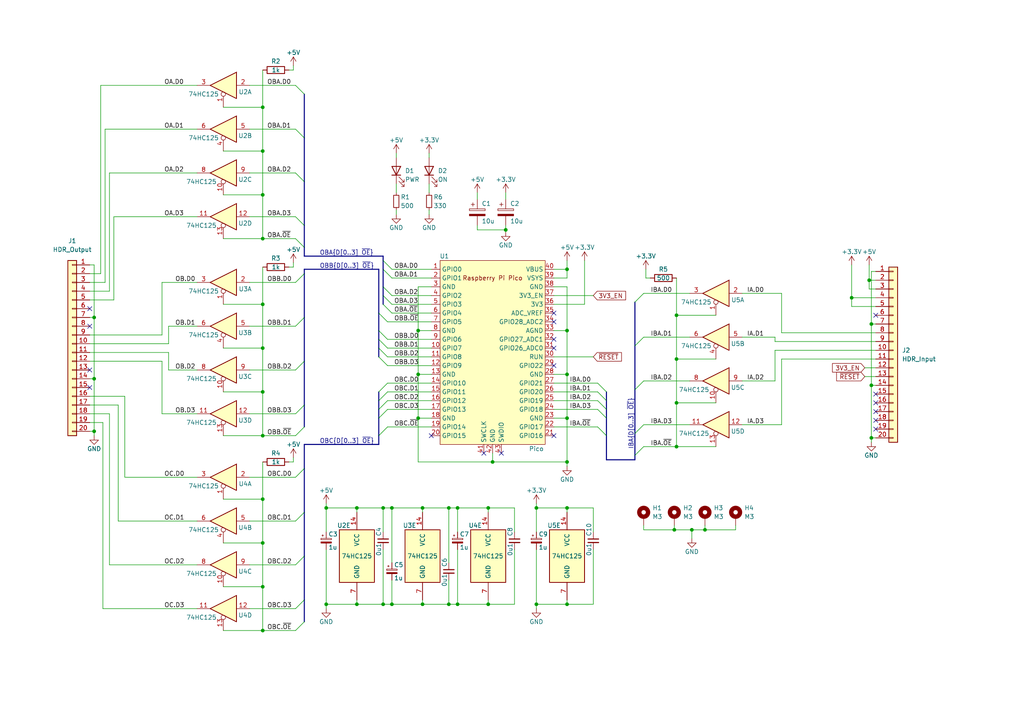
<source format=kicad_sch>
(kicad_sch (version 20211123) (generator eeschema)
  (paper "A4")
  (title_block (title "dMarkle - Bottom") (date "2023-01-18") (rev "0.1") (company "Microcode.io"))
  (junction (at 200.66 153.67))
  (junction (at 76.2 31.115))
  (junction (at 76.2 88.265))
  (junction (at 121.285 108.585))
  (junction (at 164.465 133.985))
  (junction (at 76.2 43.815))
  (junction (at 130.175 175.26))
  (junction (at 252.73 93.98))
  (junction (at 76.2 69.215))
  (junction (at 164.465 108.585))
  (junction (at 164.465 121.285))
  (junction (at 164.465 95.885))
  (junction (at 142.875 133.985))
  (junction (at 252.73 111.76))
  (junction (at 164.465 175.26))
  (junction (at 76.2 182.88))
  (junction (at 76.2 100.965))
  (junction (at 94.615 175.26))
  (junction (at 113.665 175.26))
  (junction (at 76.2 113.665))
  (junction (at 130.175 147.32))
  (junction (at 141.605 175.26))
  (junction (at 141.605 147.32))
  (junction (at 94.615 147.32))
  (junction (at 76.2 170.18))
  (junction (at 204.47 153.67))
  (junction (at 196.215 104.14))
  (junction (at 195.58 153.67))
  (junction (at 196.215 116.84))
  (junction (at 111.125 147.32))
  (junction (at 27.305 125.095))
  (junction (at 155.575 147.32))
  (junction (at 121.285 121.285))
  (junction (at 121.285 95.885))
  (junction (at 155.575 175.26))
  (junction (at 27.305 92.075))
  (junction (at 164.465 78.105))
  (junction (at 132.715 175.26))
  (junction (at 76.2 126.365))
  (junction (at 76.2 157.48))
  (junction (at 27.305 109.855))
  (junction (at 196.215 91.44))
  (junction (at 103.505 175.26))
  (junction (at 252.73 127))
  (junction (at 113.665 147.32))
  (junction (at 76.2 56.515))
  (junction (at 103.505 147.32))
  (junction (at 146.685 66.675))
  (junction (at 196.215 129.54))
  (junction (at 247.015 86.36))
  (junction (at 76.2 144.78))
  (junction (at 164.465 147.32))
  (junction (at 111.125 175.26))
  (junction (at 252.095 81.28))
  (junction (at 132.715 147.32))
  (junction (at 122.555 175.26))
  (junction (at 122.555 147.32))
  (no_connect (at 254 114.3))
  (no_connect (at 160.655 100.965))
  (no_connect (at 26.035 107.315))
  (no_connect (at 26.035 89.535))
  (no_connect (at 254 116.84))
  (no_connect (at 254 124.46))
  (no_connect (at 254 119.38))
  (no_connect (at 254 91.44))
  (no_connect (at 160.655 126.365))
  (no_connect (at 160.655 90.805))
  (no_connect (at 145.415 131.445))
  (no_connect (at 254 121.92))
  (no_connect (at 26.035 94.615))
  (no_connect (at 160.655 93.345))
  (no_connect (at 125.095 126.365))
  (no_connect (at 140.335 131.445))
  (no_connect (at 26.035 112.395))
  (no_connect (at 160.655 98.425))
  (no_connect (at 160.655 106.045))
  (bus_entry (at 85.725 62.865) (size 2.54 2.54))
  (bus_entry (at 85.725 126.365) (size 2.54 -2.54))
  (bus_entry (at 85.725 182.88) (size 2.54 -2.54))
  (bus_entry (at 112.395 123.825) (size -2.54 2.54))
  (bus_entry (at 173.355 118.745) (size 2.54 2.54))
  (bus_entry (at 173.355 113.665) (size 2.54 2.54))
  (bus_entry (at 186.69 110.49) (size -2.54 2.54))
  (bus_entry (at 113.665 90.805) (size -2.54 -2.54))
  (bus_entry (at 85.725 81.915) (size 2.54 -2.54))
  (bus_entry (at 112.395 111.125) (size -2.54 2.54))
  (bus_entry (at 113.665 78.105) (size -2.54 -2.54))
  (bus_entry (at 85.725 69.215) (size 2.54 2.54))
  (bus_entry (at 112.395 113.665) (size -2.54 2.54))
  (bus_entry (at 112.395 93.345) (size -2.54 -2.54))
  (bus_entry (at 112.395 100.965) (size -2.54 -2.54))
  (bus_entry (at 85.725 24.765) (size 2.54 2.54))
  (bus_entry (at 112.395 106.045) (size -2.54 -2.54))
  (bus_entry (at 186.69 85.09) (size -2.54 2.54))
  (bus_entry (at 85.725 94.615) (size 2.54 -2.54))
  (bus_entry (at 112.395 116.205) (size -2.54 2.54))
  (bus_entry (at 186.69 97.79) (size -2.54 2.54))
  (bus_entry (at 85.725 107.315) (size 2.54 -2.54))
  (bus_entry (at 112.395 98.425) (size -2.54 -2.54))
  (bus_entry (at 113.665 88.265) (size -2.54 -2.54))
  (bus_entry (at 112.395 118.745) (size -2.54 2.54))
  (bus_entry (at 85.725 37.465) (size 2.54 2.54))
  (bus_entry (at 85.725 163.83) (size 2.54 -2.54))
  (bus_entry (at 112.395 103.505) (size -2.54 -2.54))
  (bus_entry (at 113.665 85.725) (size -2.54 -2.54))
  (bus_entry (at 85.725 138.43) (size 2.54 -2.54))
  (bus_entry (at 173.355 123.825) (size 2.54 2.54))
  (bus_entry (at 85.725 176.53) (size 2.54 -2.54))
  (bus_entry (at 85.725 120.015) (size 2.54 -2.54))
  (bus_entry (at 173.355 116.205) (size 2.54 2.54))
  (bus_entry (at 173.355 111.125) (size 2.54 2.54))
  (bus_entry (at 85.725 50.165) (size 2.54 2.54))
  (bus_entry (at 186.69 129.54) (size -2.54 2.54))
  (bus_entry (at 186.69 123.19) (size -2.54 2.54))
  (bus_entry (at 85.725 151.13) (size 2.54 -2.54))
  (bus_entry (at 113.665 80.645) (size -2.54 -2.54))
  (wire (pts (xy 164.465 95.885) (xy 164.465 108.585)))
  (wire (pts (xy 254 96.52) (xy 226.695 96.52)))
  (bus (pts (xy 88.265 27.305) (xy 88.265 40.005)))
  (wire (pts (xy 254 83.82) (xy 252.095 83.82)))
  (wire (pts (xy 132.715 175.26) (xy 141.605 175.26)))
  (wire (pts (xy 146.685 65.405) (xy 146.685 66.675)))
  (wire (pts (xy 254 78.74) (xy 252.73 78.74)))
  (wire (pts (xy 26.035 79.375) (xy 29.21 79.375)))
  (wire (pts (xy 122.555 175.26) (xy 130.175 175.26)))
  (bus (pts (xy 88.265 161.29) (xy 88.265 173.99)))
  (wire (pts (xy 31.75 163.83) (xy 57.15 163.83)))
  (wire (pts (xy 173.355 111.125) (xy 160.655 111.125)))
  (wire (pts (xy 29.845 176.53) (xy 57.15 176.53)))
  (bus (pts (xy 109.855 118.745) (xy 109.855 121.285)))
  (wire (pts (xy 132.715 147.32) (xy 132.715 154.305)))
  (bus (pts (xy 175.895 133.35) (xy 184.15 133.35)))
  (wire (pts (xy 155.575 175.26) (xy 164.465 175.26)))
  (wire (pts (xy 122.555 173.99) (xy 122.555 175.26)))
  (wire (pts (xy 48.895 102.235) (xy 48.895 107.315)))
  (bus (pts (xy 88.265 74.295) (xy 111.125 74.295)))
  (bus (pts (xy 109.855 126.365) (xy 109.855 128.905)))
  (wire (pts (xy 85.09 133.985) (xy 85.09 132.715)))
  (wire (pts (xy 36.195 114.935) (xy 36.195 138.43)))
  (wire (pts (xy 252.73 78.74) (xy 252.73 93.98)))
  (wire (pts (xy 112.395 111.125) (xy 125.095 111.125)))
  (bus (pts (xy 184.15 87.63) (xy 184.15 100.33)))
  (wire (pts (xy 196.215 104.14) (xy 196.215 116.84)))
  (wire (pts (xy 160.655 95.885) (xy 164.465 95.885)))
  (wire (pts (xy 72.39 24.765) (xy 85.725 24.765)))
  (wire (pts (xy 160.655 121.285) (xy 164.465 121.285)))
  (bus (pts (xy 175.895 116.205) (xy 175.895 118.745)))
  (wire (pts (xy 27.305 126.365) (xy 27.305 125.095)))
  (bus (pts (xy 109.855 121.285) (xy 109.855 126.365)))
  (wire (pts (xy 169.545 75.565) (xy 169.545 88.265)))
  (bus (pts (xy 88.265 92.075) (xy 88.265 104.775)))
  (wire (pts (xy 173.355 123.825) (xy 160.655 123.825)))
  (wire (pts (xy 173.355 118.745) (xy 160.655 118.745)))
  (wire (pts (xy 146.685 55.88) (xy 146.685 57.785)))
  (wire (pts (xy 121.285 83.185) (xy 121.285 95.885)))
  (bus (pts (xy 88.265 65.405) (xy 88.265 71.755)))
  (bus (pts (xy 109.855 116.205) (xy 109.855 118.745)))
  (wire (pts (xy 72.39 94.615) (xy 85.725 94.615)))
  (wire (pts (xy 113.665 163.195) (xy 113.665 147.32)))
  (wire (pts (xy 36.195 138.43) (xy 57.15 138.43)))
  (wire (pts (xy 72.39 37.465) (xy 85.725 37.465)))
  (wire (pts (xy 195.58 152.4) (xy 195.58 153.67)))
  (wire (pts (xy 160.655 78.105) (xy 164.465 78.105)))
  (wire (pts (xy 160.655 108.585) (xy 164.465 108.585)))
  (wire (pts (xy 121.285 133.985) (xy 142.875 133.985)))
  (wire (pts (xy 172.085 159.385) (xy 172.085 175.26)))
  (wire (pts (xy 94.615 146.05) (xy 94.615 147.32)))
  (wire (pts (xy 164.465 175.26) (xy 172.085 175.26)))
  (bus (pts (xy 88.265 52.705) (xy 88.265 65.405)))
  (wire (pts (xy 196.215 129.54) (xy 207.645 129.54)))
  (wire (pts (xy 254 104.14) (xy 226.695 104.14)))
  (wire (pts (xy 76.2 43.815) (xy 76.2 56.515)))
  (wire (pts (xy 252.095 83.82) (xy 252.095 81.28)))
  (wire (pts (xy 27.305 109.855) (xy 27.305 125.095)))
  (wire (pts (xy 164.465 83.185) (xy 164.465 95.885)))
  (wire (pts (xy 138.43 65.405) (xy 138.43 66.675)))
  (wire (pts (xy 76.2 69.215) (xy 64.77 69.215)))
  (wire (pts (xy 112.395 103.505) (xy 125.095 103.505)))
  (wire (pts (xy 155.575 159.385) (xy 155.575 175.26)))
  (wire (pts (xy 76.2 126.365) (xy 85.725 126.365)))
  (wire (pts (xy 76.2 144.78) (xy 76.2 157.48)))
  (wire (pts (xy 83.82 77.47) (xy 85.09 77.47)))
  (wire (pts (xy 114.935 44.45) (xy 114.935 45.72)))
  (bus (pts (xy 88.265 104.775) (xy 88.265 117.475)))
  (wire (pts (xy 213.36 153.67) (xy 204.47 153.67)))
  (wire (pts (xy 113.665 147.32) (xy 122.555 147.32)))
  (wire (pts (xy 252.095 76.835) (xy 252.095 81.28)))
  (wire (pts (xy 215.265 97.79) (xy 224.79 97.79)))
  (wire (pts (xy 155.575 175.26) (xy 155.575 176.53)))
  (wire (pts (xy 200.66 156.21) (xy 200.66 153.67)))
  (wire (pts (xy 142.875 133.985) (xy 164.465 133.985)))
  (bus (pts (xy 109.855 78.105) (xy 109.855 90.805)))
  (wire (pts (xy 31.75 50.165) (xy 57.15 50.165)))
  (wire (pts (xy 247.015 86.36) (xy 254 86.36)))
  (bus (pts (xy 111.125 74.295) (xy 111.125 75.565)))
  (bus (pts (xy 111.125 83.185) (xy 111.125 85.725)))
  (bus (pts (xy 184.15 113.03) (xy 184.15 125.73)))
  (wire (pts (xy 164.465 108.585) (xy 164.465 121.285)))
  (wire (pts (xy 112.395 113.665) (xy 125.095 113.665)))
  (wire (pts (xy 155.575 147.32) (xy 164.465 147.32)))
  (wire (pts (xy 26.035 109.855) (xy 27.305 109.855)))
  (wire (pts (xy 26.035 120.015) (xy 31.75 120.015)))
  (wire (pts (xy 200.025 85.09) (xy 186.69 85.09)))
  (wire (pts (xy 125.095 83.185) (xy 121.285 83.185)))
  (wire (pts (xy 252.73 93.98) (xy 254 93.98)))
  (wire (pts (xy 26.035 102.235) (xy 48.895 102.235)))
  (wire (pts (xy 173.355 113.665) (xy 160.655 113.665)))
  (wire (pts (xy 94.615 147.32) (xy 103.505 147.32)))
  (wire (pts (xy 114.935 53.34) (xy 114.935 55.88)))
  (wire (pts (xy 124.46 60.96) (xy 124.46 62.23)))
  (wire (pts (xy 112.395 98.425) (xy 125.095 98.425)))
  (wire (pts (xy 215.265 123.19) (xy 226.695 123.19)))
  (wire (pts (xy 113.665 175.26) (xy 122.555 175.26)))
  (wire (pts (xy 142.875 131.445) (xy 142.875 133.985)))
  (wire (pts (xy 141.605 147.32) (xy 141.605 148.59)))
  (wire (pts (xy 124.46 44.45) (xy 124.46 45.72)))
  (wire (pts (xy 173.355 116.205) (xy 160.655 116.205)))
  (wire (pts (xy 121.285 121.285) (xy 125.095 121.285)))
  (wire (pts (xy 72.39 107.315) (xy 85.725 107.315)))
  (wire (pts (xy 76.2 170.18) (xy 76.2 182.88)))
  (wire (pts (xy 76.2 126.365) (xy 64.77 126.365)))
  (wire (pts (xy 83.82 133.985) (xy 85.09 133.985)))
  (wire (pts (xy 26.035 86.995) (xy 33.02 86.995)))
  (wire (pts (xy 29.845 122.555) (xy 29.845 176.53)))
  (wire (pts (xy 85.09 77.47) (xy 85.09 76.2)))
  (wire (pts (xy 64.77 113.665) (xy 76.2 113.665)))
  (wire (pts (xy 103.505 175.26) (xy 103.505 173.99)))
  (wire (pts (xy 122.555 147.32) (xy 130.175 147.32)))
  (wire (pts (xy 200.025 97.79) (xy 186.69 97.79)))
  (wire (pts (xy 26.035 84.455) (xy 31.75 84.455)))
  (bus (pts (xy 88.265 128.905) (xy 109.855 128.905)))
  (wire (pts (xy 114.935 60.96) (xy 114.935 62.23)))
  (wire (pts (xy 72.39 62.865) (xy 85.725 62.865)))
  (wire (pts (xy 76.2 69.215) (xy 85.725 69.215)))
  (wire (pts (xy 76.2 77.47) (xy 76.2 88.265)))
  (wire (pts (xy 48.895 107.315) (xy 57.15 107.315)))
  (bus (pts (xy 175.895 126.365) (xy 175.895 133.35)))
  (wire (pts (xy 113.665 168.275) (xy 113.665 175.26)))
  (wire (pts (xy 252.73 127) (xy 254 127)))
  (wire (pts (xy 26.035 76.835) (xy 27.305 76.835)))
  (bus (pts (xy 88.265 173.99) (xy 88.265 180.34)))
  (wire (pts (xy 34.29 151.13) (xy 57.15 151.13)))
  (wire (pts (xy 112.395 100.965) (xy 125.095 100.965)))
  (wire (pts (xy 113.665 88.265) (xy 125.095 88.265)))
  (wire (pts (xy 72.39 120.015) (xy 85.725 120.015)))
  (wire (pts (xy 187.325 78.105) (xy 187.325 80.645)))
  (wire (pts (xy 76.2 182.88) (xy 64.77 182.88)))
  (bus (pts (xy 88.265 135.89) (xy 88.265 148.59)))
  (wire (pts (xy 247.015 88.9) (xy 247.015 86.36)))
  (wire (pts (xy 160.655 88.265) (xy 169.545 88.265)))
  (wire (pts (xy 94.615 159.385) (xy 94.615 175.26)))
  (wire (pts (xy 252.73 111.76) (xy 254 111.76)))
  (wire (pts (xy 113.665 80.645) (xy 125.095 80.645)))
  (wire (pts (xy 186.69 153.67) (xy 186.69 152.4)))
  (wire (pts (xy 26.035 97.155) (xy 46.99 97.155)))
  (wire (pts (xy 34.29 117.475) (xy 34.29 151.13)))
  (wire (pts (xy 132.715 147.32) (xy 141.605 147.32)))
  (wire (pts (xy 29.21 24.765) (xy 29.21 79.375)))
  (wire (pts (xy 164.465 133.985) (xy 164.465 135.255)))
  (wire (pts (xy 226.695 85.09) (xy 226.695 96.52)))
  (wire (pts (xy 195.58 153.67) (xy 186.69 153.67)))
  (bus (pts (xy 109.855 100.965) (xy 109.855 103.505)))
  (wire (pts (xy 33.02 62.865) (xy 33.02 86.995)))
  (wire (pts (xy 64.77 31.115) (xy 76.2 31.115)))
  (wire (pts (xy 164.465 80.645) (xy 164.465 78.105)))
  (bus (pts (xy 109.855 98.425) (xy 109.855 100.965)))
  (wire (pts (xy 76.2 113.665) (xy 76.2 126.365)))
  (wire (pts (xy 207.645 91.44) (xy 196.215 91.44)))
  (wire (pts (xy 196.215 116.84) (xy 196.215 129.54)))
  (bus (pts (xy 88.265 117.475) (xy 88.265 123.825)))
  (wire (pts (xy 48.895 94.615) (xy 57.15 94.615)))
  (wire (pts (xy 46.99 97.155) (xy 46.99 81.915)))
  (wire (pts (xy 215.265 110.49) (xy 224.79 110.49)))
  (wire (pts (xy 252.73 128.27) (xy 252.73 127)))
  (wire (pts (xy 141.605 175.26) (xy 149.225 175.26)))
  (wire (pts (xy 111.125 175.26) (xy 103.505 175.26)))
  (bus (pts (xy 184.15 100.33) (xy 184.15 113.03)))
  (wire (pts (xy 30.48 37.465) (xy 57.15 37.465)))
  (bus (pts (xy 111.125 85.725) (xy 111.125 88.265)))
  (wire (pts (xy 141.605 173.99) (xy 141.605 175.26)))
  (wire (pts (xy 111.125 175.26) (xy 113.665 175.26)))
  (wire (pts (xy 64.77 144.78) (xy 76.2 144.78)))
  (wire (pts (xy 30.48 37.465) (xy 30.48 81.915)))
  (wire (pts (xy 64.77 157.48) (xy 76.2 157.48)))
  (bus (pts (xy 184.15 132.08) (xy 184.15 133.35)))
  (wire (pts (xy 46.99 104.775) (xy 46.99 120.015)))
  (wire (pts (xy 113.665 147.32) (xy 111.125 147.32)))
  (bus (pts (xy 184.15 125.73) (xy 184.15 132.08)))
  (wire (pts (xy 196.215 80.645) (xy 196.215 91.44)))
  (wire (pts (xy 146.685 66.675) (xy 146.685 67.31)))
  (wire (pts (xy 122.555 147.32) (xy 122.555 148.59)))
  (wire (pts (xy 31.75 50.165) (xy 31.75 84.455)))
  (wire (pts (xy 27.305 92.075) (xy 27.305 109.855)))
  (wire (pts (xy 252.73 93.98) (xy 252.73 111.76)))
  (wire (pts (xy 204.47 152.4) (xy 204.47 153.67)))
  (bus (pts (xy 109.855 113.665) (xy 109.855 116.205)))
  (wire (pts (xy 188.595 80.645) (xy 187.325 80.645)))
  (wire (pts (xy 164.465 121.285) (xy 164.465 133.985)))
  (wire (pts (xy 160.655 103.505) (xy 172.085 103.505)))
  (wire (pts (xy 94.615 175.26) (xy 94.615 176.53)))
  (wire (pts (xy 204.47 153.67) (xy 200.66 153.67)))
  (wire (pts (xy 72.39 50.165) (xy 85.725 50.165)))
  (bus (pts (xy 88.265 78.105) (xy 88.265 79.375)))
  (bus (pts (xy 175.895 113.665) (xy 175.895 116.205)))
  (wire (pts (xy 213.36 152.4) (xy 213.36 153.67)))
  (wire (pts (xy 252.73 111.76) (xy 252.73 127)))
  (wire (pts (xy 64.77 100.965) (xy 76.2 100.965)))
  (wire (pts (xy 196.215 91.44) (xy 196.215 104.14)))
  (wire (pts (xy 27.305 125.095) (xy 26.035 125.095)))
  (bus (pts (xy 109.855 95.885) (xy 109.855 98.425)))
  (wire (pts (xy 26.035 99.695) (xy 48.895 99.695)))
  (wire (pts (xy 200.025 123.19) (xy 186.69 123.19)))
  (wire (pts (xy 224.79 101.6) (xy 224.79 110.49)))
  (wire (pts (xy 250.825 106.68) (xy 254 106.68)))
  (wire (pts (xy 132.715 159.385) (xy 132.715 175.26)))
  (bus (pts (xy 88.265 79.375) (xy 88.265 92.075)))
  (wire (pts (xy 130.175 147.32) (xy 132.715 147.32)))
  (wire (pts (xy 72.39 138.43) (xy 85.725 138.43)))
  (wire (pts (xy 252.095 81.28) (xy 254 81.28)))
  (wire (pts (xy 27.305 76.835) (xy 27.305 92.075)))
  (wire (pts (xy 26.035 92.075) (xy 27.305 92.075)))
  (wire (pts (xy 76.2 157.48) (xy 76.2 170.18)))
  (wire (pts (xy 113.665 90.805) (xy 125.095 90.805)))
  (wire (pts (xy 72.39 151.13) (xy 85.725 151.13)))
  (wire (pts (xy 149.225 159.385) (xy 149.225 175.26)))
  (wire (pts (xy 113.665 78.105) (xy 125.095 78.105)))
  (wire (pts (xy 200.66 153.67) (xy 195.58 153.67)))
  (wire (pts (xy 121.285 108.585) (xy 121.285 121.285)))
  (wire (pts (xy 29.21 24.765) (xy 57.15 24.765)))
  (wire (pts (xy 121.285 95.885) (xy 125.095 95.885)))
  (wire (pts (xy 76.2 20.32) (xy 76.2 31.115)))
  (wire (pts (xy 164.465 78.105) (xy 164.465 75.565)))
  (wire (pts (xy 76.2 100.965) (xy 76.2 113.665)))
  (wire (pts (xy 164.465 147.32) (xy 172.085 147.32)))
  (wire (pts (xy 121.285 108.585) (xy 125.095 108.585)))
  (wire (pts (xy 112.395 106.045) (xy 125.095 106.045)))
  (wire (pts (xy 215.265 85.09) (xy 226.695 85.09)))
  (wire (pts (xy 130.175 168.275) (xy 130.175 175.26)))
  (wire (pts (xy 31.75 120.015) (xy 31.75 163.83)))
  (wire (pts (xy 72.39 176.53) (xy 85.725 176.53)))
  (wire (pts (xy 72.39 163.83) (xy 85.725 163.83)))
  (wire (pts (xy 138.43 66.675) (xy 146.685 66.675)))
  (wire (pts (xy 121.285 95.885) (xy 121.285 108.585)))
  (wire (pts (xy 94.615 154.305) (xy 94.615 147.32)))
  (wire (pts (xy 76.2 88.265) (xy 76.2 100.965)))
  (wire (pts (xy 247.015 76.835) (xy 247.015 86.36)))
  (wire (pts (xy 250.825 109.22) (xy 254 109.22)))
  (wire (pts (xy 76.2 56.515) (xy 76.2 69.215)))
  (wire (pts (xy 33.02 62.865) (xy 57.15 62.865)))
  (wire (pts (xy 64.77 88.265) (xy 76.2 88.265)))
  (wire (pts (xy 160.655 85.725) (xy 172.085 85.725)))
  (wire (pts (xy 26.035 104.775) (xy 46.99 104.775)))
  (wire (pts (xy 200.025 110.49) (xy 186.69 110.49)))
  (bus (pts (xy 88.265 128.905) (xy 88.265 135.89)))
  (wire (pts (xy 164.465 173.99) (xy 164.465 175.26)))
  (wire (pts (xy 64.77 43.815) (xy 76.2 43.815)))
  (wire (pts (xy 26.035 117.475) (xy 34.29 117.475)))
  (bus (pts (xy 88.265 148.59) (xy 88.265 161.29)))
  (bus (pts (xy 175.895 121.285) (xy 175.895 126.365)))
  (wire (pts (xy 226.695 104.14) (xy 226.695 123.19)))
  (wire (pts (xy 155.575 146.05) (xy 155.575 147.32)))
  (wire (pts (xy 94.615 175.26) (xy 103.505 175.26)))
  (bus (pts (xy 88.265 40.005) (xy 88.265 52.705)))
  (wire (pts (xy 85.09 20.32) (xy 85.09 19.05)))
  (wire (pts (xy 124.46 53.34) (xy 124.46 55.88)))
  (wire (pts (xy 172.085 147.32) (xy 172.085 154.305)))
  (wire (pts (xy 254 88.9) (xy 247.015 88.9)))
  (wire (pts (xy 112.395 93.345) (xy 125.095 93.345)))
  (wire (pts (xy 103.505 147.32) (xy 103.505 148.59)))
  (wire (pts (xy 160.655 80.645) (xy 164.465 80.645)))
  (wire (pts (xy 207.645 116.84) (xy 196.215 116.84)))
  (wire (pts (xy 112.395 116.205) (xy 125.095 116.205)))
  (wire (pts (xy 196.215 129.54) (xy 186.69 129.54)))
  (wire (pts (xy 83.82 20.32) (xy 85.09 20.32)))
  (bus (pts (xy 88.265 71.755) (xy 88.265 74.295)))
  (wire (pts (xy 224.79 99.06) (xy 224.79 97.79)))
  (wire (pts (xy 207.645 104.14) (xy 196.215 104.14)))
  (bus (pts (xy 109.855 90.805) (xy 109.855 95.885)))
  (wire (pts (xy 254 99.06) (xy 224.79 99.06)))
  (wire (pts (xy 130.175 147.32) (xy 130.175 163.195)))
  (wire (pts (xy 111.125 147.32) (xy 103.505 147.32)))
  (wire (pts (xy 164.465 147.32) (xy 164.465 148.59)))
  (wire (pts (xy 26.035 81.915) (xy 30.48 81.915)))
  (wire (pts (xy 121.285 121.285) (xy 121.285 133.985)))
  (wire (pts (xy 26.035 122.555) (xy 29.845 122.555)))
  (bus (pts (xy 111.125 78.105) (xy 111.125 83.185)))
  (wire (pts (xy 48.895 99.695) (xy 48.895 94.615)))
  (wire (pts (xy 254 101.6) (xy 224.79 101.6)))
  (wire (pts (xy 46.99 120.015) (xy 57.15 120.015)))
  (wire (pts (xy 64.77 56.515) (xy 76.2 56.515)))
  (wire (pts (xy 112.395 118.745) (xy 125.095 118.745)))
  (wire (pts (xy 46.99 81.915) (xy 57.15 81.915)))
  (wire (pts (xy 113.665 85.725) (xy 125.095 85.725)))
  (wire (pts (xy 76.2 31.115) (xy 76.2 43.815)))
  (wire (pts (xy 64.77 170.18) (xy 76.2 170.18)))
  (wire (pts (xy 111.125 159.385) (xy 111.125 175.26)))
  (wire (pts (xy 160.655 83.185) (xy 164.465 83.185)))
  (bus (pts (xy 109.855 78.105) (xy 88.265 78.105)))
  (wire (pts (xy 111.125 147.32) (xy 111.125 154.305)))
  (wire (pts (xy 76.2 182.88) (xy 85.725 182.88)))
  (wire (pts (xy 112.395 123.825) (xy 125.095 123.825)))
  (wire (pts (xy 138.43 55.88) (xy 138.43 57.785)))
  (wire (pts (xy 72.39 81.915) (xy 85.725 81.915)))
  (wire (pts (xy 155.575 147.32) (xy 155.575 154.305)))
  (wire (pts (xy 149.225 147.32) (xy 149.225 154.305)))
  (bus (pts (xy 111.125 75.565) (xy 111.125 78.105)))
  (wire (pts (xy 26.035 114.935) (xy 36.195 114.935)))
  (wire (pts (xy 130.175 175.26) (xy 132.715 175.26)))
  (wire (pts (xy 141.605 147.32) (xy 149.225 147.32)))
  (wire (pts (xy 76.2 133.985) (xy 76.2 144.78)))
  (bus (pts (xy 175.895 118.745) (xy 175.895 121.285)))
  (label "IBA.~{OE}" (at 194.945 129.54 180))
  (label "OA.D2" (at 47.625 50.165 0))
  (label "OB.D0" (at 50.8 81.915 0))
  (label "OC.D3" (at 47.625 176.53 0))
  (label "OBC.D0" (at 114.3 111.125 0))
  (label "OBA.~{OE}" (at 77.47 69.215 0))
  (label "IA.D3" (at 221.615 123.19 180))
  (label "IBA.D3" (at 171.45 118.745 180))
  (label "OBA.D2" (at 114.3 85.725 0))
  (label "OBC.~{OE}" (at 114.3 123.825 0))
  (label "IBA.D2" (at 171.45 116.205 180))
  (label "IA.D0" (at 221.615 85.09 180))
  (label "OB.D3" (at 50.8 120.015 0))
  (label "OBC.D2" (at 77.47 163.83 0))
  (label "OBC.D2" (at 114.3 116.205 0))
  (label "OBB.D0" (at 114.3 98.425 0))
  (label "OBB.~{OE}" (at 114.3 93.345 0))
  (label "OBC{D[0..3] ~{OE}}" (at 92.71 128.905 0))
  (label "IBA.D2" (at 194.945 110.49 180))
  (label "OBB.D1" (at 114.3 100.965 0))
  (label "OBC.D0" (at 77.47 138.43 0))
  (label "OC.D1" (at 47.625 151.13 0))
  (label "OBA.D1" (at 114.3 80.645 0))
  (label "IBA.D1" (at 171.45 113.665 180))
  (label "IBA.D0" (at 171.45 111.125 180))
  (label "IBA.~{OE}" (at 171.45 123.825 180))
  (label "OA.D1" (at 47.625 37.465 0))
  (label "OB.D2" (at 50.8 107.315 0))
  (label "OBC.D3" (at 77.47 176.53 0))
  (label "OBB.D0" (at 77.47 81.915 0))
  (label "OBC.D3" (at 114.3 118.745 0))
  (label "OB.D1" (at 50.8 94.615 0))
  (label "OBA.D1" (at 77.47 37.465 0))
  (label "OC.D2" (at 47.625 163.83 0))
  (label "OBC.D1" (at 77.47 151.13 0))
  (label "OA.D3" (at 47.625 62.865 0))
  (label "OBB.D2" (at 114.3 103.505 0))
  (label "OBB.D2" (at 77.47 107.315 0))
  (label "OBA.D2" (at 77.47 50.165 0))
  (label "IBA.D0" (at 194.945 85.09 180))
  (label "OBA.D3" (at 114.3 88.265 0))
  (label "OBB.D1" (at 77.47 94.615 0))
  (label "IA.D2" (at 221.615 110.49 180))
  (label "OBA.D0" (at 77.47 24.765 0))
  (label "OC.D0" (at 47.625 138.43 0))
  (label "OBA{D[0..3] ~{OE}}" (at 92.71 74.295 0))
  (label "OBC.D1" (at 114.3 113.665 0))
  (label "IBA{D[0..3] ~{OE}}" (at 184.15 130.175 90))
  (label "OBB.D3" (at 114.3 106.045 0))
  (label "OBC.~{OE}" (at 77.47 182.88 0))
  (label "OBB.D3" (at 77.47 120.015 0))
  (label "OBB{D[0..3] ~{OE}}" (at 92.71 78.105 0))
  (label "OBA.~{OE}" (at 114.3 90.805 0))
  (label "OBB.~{OE}" (at 77.47 126.365 0))
  (label "OBA.D0" (at 114.3 78.105 0))
  (label "IBA.D3" (at 194.945 123.19 180))
  (label "IA.D1" (at 221.615 97.79 180))
  (label "OA.D0" (at 47.625 24.765 0))
  (label "OBA.D3" (at 77.47 62.865 0))
  (label "IBA.D1" (at 194.945 97.79 180))
  (global_label "~{RESET}" (shape input) (at 250.825 109.22 180) (property "Intersheet References" "${INTERSHEET_REFS}" (effects hide)))
  (global_label "3V3_EN" (shape input) (at 250.825 106.68 180) (property "Intersheet References" "${INTERSHEET_REFS}" (effects hide)))
  (global_label "~{RESET}" (shape input) (at 172.085 103.505 0) (property "Intersheet References" "${INTERSHEET_REFS}" (effects hide)))
  (global_label "3V3_EN" (shape input) (at 172.085 85.725 0) (property "Intersheet References" "${INTERSHEET_REFS}" (effects hide)))
  (symbol (lib_name "+3.3V_1") (lib_id "power:+3.3V") (at 169.545 75.565 0) (unit 1)
    (property "Reference" "#PWR0114" (effects hide))
    (property "Value" "+3.3V" (at 169.545 71.755 0))
  )
  (symbol (lib_id "Connector_Generic:Conn_01x20") (at 20.955 99.695 0) (mirror y) (unit 1)
    (property "Reference" "J1" (at 20.955 69.85 0))
    (property "Value" "HDR_Output" (at 20.955 72.39 0))
    (property "Footprint" "Connector_PinSocket_2.54mm:PinSocket_1x20_P2.54mm_Vertical" (effects hide))
  )
  (symbol (lib_id "Device:LED") (at 114.935 49.53 90) (unit 1)
    (property "Reference" "D1" (at 117.475 49.53 90) (effects (justify right)))
    (property "Value" "PWR" (at 117.475 52.07 90) (effects (justify right)))
    (property "Footprint" "LED_THT:LED_D3.0mm" (effects hide))
  )
  (symbol (lib_id "Device:C_Small") (at 111.125 156.845 0) (unit 1)
    (property "Reference" "C4" (at 109.855 155.575 90) (effects (justify left)))
    (property "Value" "0u1" (at 109.855 161.29 90) (effects (justify left)))
    (property "Footprint" "Capacitor_THT:C_Rect_L4.0mm_W2.5mm_P2.50mm" (effects hide))
  )
  (symbol (lib_name "+3.3V_1") (lib_id "power:+3.3V") (at 155.575 146.05 0) (unit 1)
    (property "Reference" "#PWR0110" (effects hide))
    (property "Value" "+3.3V" (at 155.575 142.24 0))
  )
  (symbol (lib_id "Mechanical:MountingHole_Pad") (at 186.69 149.86 0) (unit 1)
    (property "Reference" "H1" (at 189.23 147.3199 0) (effects (justify left)))
    (property "Value" "M3" (at 189.23 149.8599 0) (effects (justify left)))
    (property "Footprint" "MountingHole:MountingHole_3.2mm_M3_Pad" (effects hide))
  )
  (symbol (lib_id "Device:C_Small") (at 130.175 165.735 0) (unit 1)
    (property "Reference" "C6" (at 128.905 164.465 90) (effects (justify left)))
    (property "Value" "0u1" (at 128.905 170.18 90) (effects (justify left)))
    (property "Footprint" "Capacitor_THT:C_Rect_L4.0mm_W2.5mm_P2.50mm" (effects hide))
  )
  (symbol (lib_id "Device:R") (at 80.01 133.985 90) (unit 1)
    (property "Reference" "R4" (at 80.01 131.445 90))
    (property "Value" "1k" (at 80.01 133.985 90))
    (property "Footprint" "Resistor_THT:R_Axial_DIN0204_L3.6mm_D1.6mm_P5.08mm_Horizontal" (effects hide))
  )
  (symbol (lib_id "74xx:74LS125") (at 207.645 85.09 0) (mirror y) (unit 1)
    (property "Reference" "U5" (at 213.995 86.995 0))
    (property "Value" "74HC125" (at 201.93 87.63 0))
    (property "Footprint" "Package_DIP:DIP-14_W7.62mm_Socket_LongPads" (effects hide))
    (property "Datasheet" "https://www.ti.com/lit/ds/symlink/sn74hct125.pdf?HQS=dis-dk-null-digikeymode-dsf-pf-null-wwe&ts=1673543716565&ref_url=https%253A%252F%252Fwww.ti.com%252Fgeneral%252Fdocs%252Fsuppproductinfo.tsp%253FdistId%253D10%2526gotoUrl%253Dhttps%253A%252F%252Fwww.ti.com%252Flit%252Fgpn%252Fsn74hct125" (effects hide))
  )
  (symbol (lib_name "+5V_1") (lib_id "power:+5V") (at 252.095 76.835 0) (unit 1)
    (property "Reference" "#PWR0121" (effects hide))
    (property "Value" "+5V" (at 252.095 73.025 0))
  )
  (symbol (lib_id "74xx:74LS125") (at 207.645 97.79 0) (mirror y) (unit 2)
    (property "Reference" "U5" (at 213.995 99.695 0))
    (property "Value" "74HC125" (at 201.93 100.33 0))
    (property "Footprint" "Package_DIP:DIP-14_W7.62mm_Socket_LongPads" (effects hide))
    (property "Datasheet" "https://www.ti.com/lit/ds/symlink/sn74hct125.pdf?HQS=dis-dk-null-digikeymode-dsf-pf-null-wwe&ts=1673543716565&ref_url=https%253A%252F%252Fwww.ti.com%252Fgeneral%252Fdocs%252Fsuppproductinfo.tsp%253FdistId%253D10%2526gotoUrl%253Dhttps%253A%252F%252Fwww.ti.com%252Flit%252Fgpn%252Fsn74hct125" (effects hide))
  )
  (symbol (lib_id "power:GND") (at 94.615 176.53 0) (unit 1)
    (property "Reference" "#PWR0107" (effects hide))
    (property "Value" "GND" (at 94.615 180.34 0))
  )
  (symbol (lib_id "74xx:74LS125") (at 64.77 24.765 0) (mirror y) (unit 1)
    (property "Reference" "U2" (at 71.12 26.67 0))
    (property "Value" "74HC125" (at 59.055 27.305 0))
    (property "Footprint" "Package_DIP:DIP-14_W7.62mm_Socket_LongPads" (effects hide))
    (property "Datasheet" "https://www.ti.com/lit/ds/symlink/sn74hct125.pdf?HQS=dis-dk-null-digikeymode-dsf-pf-null-wwe&ts=1673543716565&ref_url=https%253A%252F%252Fwww.ti.com%252Fgeneral%252Fdocs%252Fsuppproductinfo.tsp%253FdistId%253D10%2526gotoUrl%253Dhttps%253A%252F%252Fwww.ti.com%252Flit%252Fgpn%252Fsn74hct125" (effects hide))
  )
  (symbol (lib_id "74xx:74LS125") (at 207.645 110.49 0) (mirror y) (unit 3)
    (property "Reference" "U5" (at 213.995 112.395 0))
    (property "Value" "74HC125" (at 201.295 113.03 0))
    (property "Footprint" "Package_DIP:DIP-14_W7.62mm_Socket_LongPads" (effects hide))
    (property "Datasheet" "https://www.ti.com/lit/ds/symlink/sn74hct125.pdf?HQS=dis-dk-null-digikeymode-dsf-pf-null-wwe&ts=1673543716565&ref_url=https%253A%252F%252Fwww.ti.com%252Fgeneral%252Fdocs%252Fsuppproductinfo.tsp%253FdistId%253D10%2526gotoUrl%253Dhttps%253A%252F%252Fwww.ti.com%252Flit%252Fgpn%252Fsn74hct125" (effects hide))
  )
  (symbol (lib_id "power:GND") (at 252.73 128.27 0) (unit 1)
    (property "Reference" "#PWR0123" (effects hide))
    (property "Value" "GND" (at 252.73 132.08 0))
  )
  (symbol (lib_id "Device:R") (at 80.01 77.47 90) (unit 1)
    (property "Reference" "R3" (at 80.01 74.93 90))
    (property "Value" "1k" (at 80.01 77.47 90))
    (property "Footprint" "Resistor_THT:R_Axial_DIN0204_L3.6mm_D1.6mm_P5.08mm_Horizontal" (effects hide))
  )
  (symbol (lib_id "74xx:74LS125") (at 64.77 151.13 0) (mirror y) (unit 2)
    (property "Reference" "U4" (at 71.12 153.035 0))
    (property "Value" "74HC125" (at 59.055 153.67 0))
    (property "Footprint" "Package_DIP:DIP-14_W7.62mm_Socket_LongPads" (effects hide))
    (property "Datasheet" "https://www.ti.com/lit/ds/symlink/sn74hct125.pdf?HQS=dis-dk-null-digikeymode-dsf-pf-null-wwe&ts=1673543716565&ref_url=https%253A%252F%252Fwww.ti.com%252Fgeneral%252Fdocs%252Fsuppproductinfo.tsp%253FdistId%253D10%2526gotoUrl%253Dhttps%253A%252F%252Fwww.ti.com%252Flit%252Fgpn%252Fsn74hct125" (effects hide))
  )
  (symbol (lib_name "+5V_1") (lib_id "power:+5V") (at 164.465 75.565 0) (unit 1)
    (property "Reference" "#PWR0113" (effects hide))
    (property "Value" "+5V" (at 164.465 71.755 0))
  )
  (symbol (lib_id "Device:R_Small") (at 114.935 58.42 0) (unit 1)
    (property "Reference" "R1" (at 116.205 57.15 0) (effects (justify left)))
    (property "Value" "500" (at 116.205 59.69 0) (effects (justify left)))
    (property "Footprint" "Resistor_THT:R_Axial_DIN0204_L3.6mm_D1.6mm_P5.08mm_Horizontal" (effects hide))
  )
  (symbol (lib_id "Device:LED") (at 124.46 49.53 90) (unit 1)
    (property "Reference" "D2" (at 127 49.53 90) (effects (justify right)))
    (property "Value" "ON" (at 127 52.07 90) (effects (justify right)))
    (property "Footprint" "LED_THT:LED_D3.0mm" (effects hide))
  )
  (symbol (lib_id "74xx:74LS125") (at 64.77 163.83 0) (mirror y) (unit 3)
    (property "Reference" "U4" (at 71.12 165.735 0))
    (property "Value" "74HC125" (at 58.42 166.37 0))
    (property "Footprint" "Package_DIP:DIP-14_W7.62mm_Socket_LongPads" (effects hide))
    (property "Datasheet" "https://www.ti.com/lit/ds/symlink/sn74hct125.pdf?HQS=dis-dk-null-digikeymode-dsf-pf-null-wwe&ts=1673543716565&ref_url=https%253A%252F%252Fwww.ti.com%252Fgeneral%252Fdocs%252Fsuppproductinfo.tsp%253FdistId%253D10%2526gotoUrl%253Dhttps%253A%252F%252Fwww.ti.com%252Flit%252Fgpn%252Fsn74hct125" (effects hide))
  )
  (symbol (lib_id "power:+5V") (at 114.935 44.45 0) (unit 1)
    (property "Reference" "#PWR0101" (effects hide))
    (property "Value" "+5V" (at 114.935 40.64 0))
  )
  (symbol (lib_id "power:+5V") (at 94.615 146.05 0) (unit 1)
    (property "Reference" "#PWR0108" (effects hide))
    (property "Value" "+5V" (at 94.615 142.24 0))
  )
  (symbol (lib_id "Mechanical:MountingHole_Pad") (at 213.36 149.86 0) (unit 1)
    (property "Reference" "H4" (at 215.9 147.3199 0) (effects (justify left)))
    (property "Value" "M3" (at 215.9 149.8599 0) (effects (justify left)))
    (property "Footprint" "MountingHole:MountingHole_3.2mm_M3_Pad" (effects hide))
  )
  (symbol (lib_name "+3.3V_1") (lib_id "power:+3.3V") (at 146.685 55.88 0) (unit 1)
    (property "Reference" "#PWR0115" (effects hide))
    (property "Value" "+3.3V" (at 146.685 52.07 0))
  )
  (symbol (lib_id "Device:C_Polarized") (at 138.43 61.595 0) (unit 1)
    (property "Reference" "C1" (at 139.7 59.055 0) (effects (justify left)))
    (property "Value" "10u" (at 139.7 64.135 0) (effects (justify left)))
    (property "Footprint" "Capacitor_THT:CP_Radial_D5.0mm_P2.00mm" (effects hide))
  )
  (symbol (lib_id "Device:C_Small") (at 149.225 156.845 0) (unit 1)
    (property "Reference" "C8" (at 147.955 155.575 90) (effects (justify left)))
    (property "Value" "0u1" (at 147.955 161.29 90) (effects (justify left)))
    (property "Footprint" "Capacitor_THT:C_Rect_L4.0mm_W2.5mm_P2.50mm" (effects hide))
  )
  (symbol (lib_id "74xx:74LS125") (at 64.77 81.915 0) (mirror y) (unit 1)
    (property "Reference" "U3" (at 71.12 83.82 0))
    (property "Value" "74HC125" (at 59.055 84.455 0))
    (property "Footprint" "Package_DIP:DIP-14_W7.62mm_Socket_LongPads" (effects hide))
    (property "Datasheet" "https://www.ti.com/lit/ds/symlink/sn74hct125.pdf?HQS=dis-dk-null-digikeymode-dsf-pf-null-wwe&ts=1673543716565&ref_url=https%253A%252F%252Fwww.ti.com%252Fgeneral%252Fdocs%252Fsuppproductinfo.tsp%253FdistId%253D10%2526gotoUrl%253Dhttps%253A%252F%252Fwww.ti.com%252Flit%252Fgpn%252Fsn74hct125" (effects hide))
  )
  (symbol (lib_id "74xx:74LS125") (at 207.645 123.19 0) (mirror y) (unit 4)
    (property "Reference" "U5" (at 213.995 125.095 0))
    (property "Value" "74HC125" (at 201.295 125.73 0))
    (property "Footprint" "Package_DIP:DIP-14_W7.62mm_Socket_LongPads" (effects hide))
    (property "Datasheet" "https://www.ti.com/lit/ds/symlink/sn74hct125.pdf?HQS=dis-dk-null-digikeymode-dsf-pf-null-wwe&ts=1673543716565&ref_url=https%253A%252F%252Fwww.ti.com%252Fgeneral%252Fdocs%252Fsuppproductinfo.tsp%253FdistId%253D10%2526gotoUrl%253Dhttps%253A%252F%252Fwww.ti.com%252Flit%252Fgpn%252Fsn74hct125" (effects hide))
  )
  (symbol (lib_id "74xx:74LS125") (at 64.77 138.43 0) (mirror y) (unit 1)
    (property "Reference" "U4" (at 71.12 140.335 0))
    (property "Value" "74HC125" (at 59.055 140.97 0))
    (property "Footprint" "Package_DIP:DIP-14_W7.62mm_Socket_LongPads" (effects hide))
    (property "Datasheet" "https://www.ti.com/lit/ds/symlink/sn74hct125.pdf?HQS=dis-dk-null-digikeymode-dsf-pf-null-wwe&ts=1673543716565&ref_url=https%253A%252F%252Fwww.ti.com%252Fgeneral%252Fdocs%252Fsuppproductinfo.tsp%253FdistId%253D10%2526gotoUrl%253Dhttps%253A%252F%252Fwww.ti.com%252Flit%252Fgpn%252Fsn74hct125" (effects hide))
  )
  (symbol (lib_id "Device:R") (at 80.01 20.32 90) (unit 1)
    (property "Reference" "R2" (at 80.01 17.78 90))
    (property "Value" "1k" (at 80.01 20.32 90))
    (property "Footprint" "Resistor_THT:R_Axial_DIN0204_L3.6mm_D1.6mm_P5.08mm_Horizontal" (effects hide))
  )
  (symbol (lib_id "74xx:74LS125") (at 103.505 161.29 0) (unit 5)
    (property "Reference" "U2" (at 97.79 152.4 0) (effects (justify left)))
    (property "Value" "74HC125" (at 99.06 161.29 0) (effects (justify left)))
    (property "Footprint" "Package_DIP:DIP-14_W7.62mm_Socket_LongPads" (effects hide))
    (property "Datasheet" "https://www.ti.com/lit/ds/symlink/sn74hct125.pdf?HQS=dis-dk-null-digikeymode-dsf-pf-null-wwe&ts=1673543716565&ref_url=https%253A%252F%252Fwww.ti.com%252Fgeneral%252Fdocs%252Fsuppproductinfo.tsp%253FdistId%253D10%2526gotoUrl%253Dhttps%253A%252F%252Fwww.ti.com%252Flit%252Fgpn%252Fsn74hct125" (effects hide))
  )
  (symbol (lib_id "power:GND") (at 155.575 176.53 0) (unit 1)
    (property "Reference" "#PWR0111" (effects hide))
    (property "Value" "GND" (at 155.575 180.34 0))
  )
  (symbol (lib_id "Device:R") (at 192.405 80.645 270) (mirror x) (unit 1)
    (property "Reference" "R5" (at 192.405 78.105 90))
    (property "Value" "500" (at 192.405 80.645 90))
    (property "Footprint" "Resistor_THT:R_Axial_DIN0204_L3.6mm_D1.6mm_P5.08mm_Horizontal" (effects hide))
  )
  (symbol (lib_id "power:GND") (at 164.465 135.255 0) (unit 1)
    (property "Reference" "#PWR0112" (effects hide))
    (property "Value" "GND" (at 164.465 139.065 0))
  )
  (symbol (lib_id "74xx:74LS125") (at 64.77 120.015 0) (mirror y) (unit 4)
    (property "Reference" "U3" (at 71.12 121.92 0))
    (property "Value" "74HC125" (at 58.42 122.555 0))
    (property "Footprint" "Package_DIP:DIP-14_W7.62mm_Socket_LongPads" (effects hide))
    (property "Datasheet" "https://www.ti.com/lit/ds/symlink/sn74hct125.pdf?HQS=dis-dk-null-digikeymode-dsf-pf-null-wwe&ts=1673543716565&ref_url=https%253A%252F%252Fwww.ti.com%252Fgeneral%252Fdocs%252Fsuppproductinfo.tsp%253FdistId%253D10%2526gotoUrl%253Dhttps%253A%252F%252Fwww.ti.com%252Flit%252Fgpn%252Fsn74hct125" (effects hide))
  )
  (symbol (lib_id "Device:C_Polarized_Small") (at 132.715 156.845 0) (unit 1)
    (property "Reference" "C7" (at 133.35 154.94 0) (effects (justify left)))
    (property "Value" "1u" (at 133.35 158.75 0) (effects (justify left)))
    (property "Footprint" "Capacitor_THT:C_Rect_L4.0mm_W2.5mm_P2.50mm" (effects hide))
  )
  (symbol (lib_id "power:GND") (at 27.305 126.365 0) (unit 1)
    (property "Reference" "#PWR0106" (effects hide))
    (property "Value" "GND" (at 27.305 130.175 0))
  )
  (symbol (lib_name "+5V_1") (lib_id "power:+5V") (at 85.09 19.05 0) (unit 1)
    (property "Reference" "#PWR0105" (effects hide))
    (property "Value" "+5V" (at 85.09 15.24 0))
  )
  (symbol (lib_id "Mechanical:MountingHole_Pad") (at 204.47 149.86 0) (unit 1)
    (property "Reference" "H3" (at 207.01 147.3199 0) (effects (justify left)))
    (property "Value" "M3" (at 207.01 149.8599 0) (effects (justify left)))
    (property "Footprint" "MountingHole:MountingHole_3.2mm_M3_Pad" (effects hide))
  )
  (symbol (lib_id "74xx:74LS125") (at 64.77 107.315 0) (mirror y) (unit 3)
    (property "Reference" "U3" (at 71.12 109.22 0))
    (property "Value" "74HC125" (at 58.42 109.855 0))
    (property "Footprint" "Package_DIP:DIP-14_W7.62mm_Socket_LongPads" (effects hide))
    (property "Datasheet" "https://www.ti.com/lit/ds/symlink/sn74hct125.pdf?HQS=dis-dk-null-digikeymode-dsf-pf-null-wwe&ts=1673543716565&ref_url=https%253A%252F%252Fwww.ti.com%252Fgeneral%252Fdocs%252Fsuppproductinfo.tsp%253FdistId%253D10%2526gotoUrl%253Dhttps%253A%252F%252Fwww.ti.com%252Flit%252Fgpn%252Fsn74hct125" (effects hide))
  )
  (symbol (lib_id "74xx:74LS125") (at 64.77 37.465 0) (mirror y) (unit 2)
    (property "Reference" "U2" (at 71.12 39.37 0))
    (property "Value" "74HC125" (at 59.055 40.005 0))
    (property "Footprint" "Package_DIP:DIP-14_W7.62mm_Socket_LongPads" (effects hide))
    (property "Datasheet" "https://www.ti.com/lit/ds/symlink/sn74hct125.pdf?HQS=dis-dk-null-digikeymode-dsf-pf-null-wwe&ts=1673543716565&ref_url=https%253A%252F%252Fwww.ti.com%252Fgeneral%252Fdocs%252Fsuppproductinfo.tsp%253FdistId%253D10%2526gotoUrl%253Dhttps%253A%252F%252Fwww.ti.com%252Flit%252Fgpn%252Fsn74hct125" (effects hide))
  )
  (symbol (lib_id "power:GND") (at 146.685 67.31 0) (unit 1)
    (property "Reference" "#PWR0118" (effects hide))
    (property "Value" "GND" (at 146.685 71.12 0))
  )
  (symbol (lib_id "power:GND") (at 124.46 62.23 0) (unit 1)
    (property "Reference" "#PWR0117" (effects hide))
    (property "Value" "GND" (at 124.46 66.04 0))
  )
  (symbol (lib_id "74xx:74LS125") (at 64.77 94.615 0) (mirror y) (unit 2)
    (property "Reference" "U3" (at 71.12 96.52 0))
    (property "Value" "74HC125" (at 59.055 97.155 0))
    (property "Footprint" "Package_DIP:DIP-14_W7.62mm_Socket_LongPads" (effects hide))
    (property "Datasheet" "https://www.ti.com/lit/ds/symlink/sn74hct125.pdf?HQS=dis-dk-null-digikeymode-dsf-pf-null-wwe&ts=1673543716565&ref_url=https%253A%252F%252Fwww.ti.com%252Fgeneral%252Fdocs%252Fsuppproductinfo.tsp%253FdistId%253D10%2526gotoUrl%253Dhttps%253A%252F%252Fwww.ti.com%252Flit%252Fgpn%252Fsn74hct125" (effects hide))
  )
  (symbol (lib_id "74xx:74LS125") (at 122.555 161.29 0) (unit 5)
    (property "Reference" "U3" (at 116.84 152.4 0) (effects (justify left)))
    (property "Value" "74HC125" (at 118.11 161.29 0) (effects (justify left)))
    (property "Footprint" "Package_DIP:DIP-14_W7.62mm_Socket_LongPads" (effects hide))
    (property "Datasheet" "https://www.ti.com/lit/ds/symlink/sn74hct125.pdf?HQS=dis-dk-null-digikeymode-dsf-pf-null-wwe&ts=1673543716565&ref_url=https%253A%252F%252Fwww.ti.com%252Fgeneral%252Fdocs%252Fsuppproductinfo.tsp%253FdistId%253D10%2526gotoUrl%253Dhttps%253A%252F%252Fwww.ti.com%252Flit%252Fgpn%252Fsn74hct125" (effects hide))
  )
  (symbol (lib_id "74xx:74LS125") (at 64.77 176.53 0) (mirror y) (unit 4)
    (property "Reference" "U4" (at 71.12 178.435 0))
    (property "Value" "74HC125" (at 58.42 179.07 0))
    (property "Footprint" "Package_DIP:DIP-14_W7.62mm_Socket_LongPads" (effects hide))
    (property "Datasheet" "https://www.ti.com/lit/ds/symlink/sn74hct125.pdf?HQS=dis-dk-null-digikeymode-dsf-pf-null-wwe&ts=1673543716565&ref_url=https%253A%252F%252Fwww.ti.com%252Fgeneral%252Fdocs%252Fsuppproductinfo.tsp%253FdistId%253D10%2526gotoUrl%253Dhttps%253A%252F%252Fwww.ti.com%252Flit%252Fgpn%252Fsn74hct125" (effects hide))
  )
  (symbol (lib_id "Device:C_Polarized_Small") (at 113.665 165.735 0) (unit 1)
    (property "Reference" "C5" (at 114.3 163.83 0) (effects (justify left)))
    (property "Value" "1u" (at 114.3 167.64 0) (effects (justify left)))
    (property "Footprint" "Capacitor_THT:C_Rect_L4.0mm_W2.5mm_P2.50mm" (effects hide))
  )
  (symbol (lib_id "Device:C_Polarized_Small") (at 94.615 156.845 0) (unit 1)
    (property "Reference" "C3" (at 95.25 154.94 0) (effects (justify left)))
    (property "Value" "1u" (at 95.25 158.75 0) (effects (justify left)))
    (property "Footprint" "Capacitor_THT:C_Rect_L4.0mm_W2.5mm_P2.50mm" (effects hide))
  )
  (symbol (lib_name "+5V_1") (lib_id "power:+5V") (at 85.09 76.2 0) (unit 1)
    (property "Reference" "#PWR0104" (effects hide))
    (property "Value" "+5V" (at 85.09 72.39 0))
  )
  (symbol (lib_id "74xx:74LS125") (at 64.77 62.865 0) (mirror y) (unit 4)
    (property "Reference" "U2" (at 71.12 64.77 0))
    (property "Value" "74HC125" (at 58.42 65.405 0))
    (property "Footprint" "Package_DIP:DIP-14_W7.62mm_Socket_LongPads" (effects hide))
    (property "Datasheet" "https://www.ti.com/lit/ds/symlink/sn74hct125.pdf?HQS=dis-dk-null-digikeymode-dsf-pf-null-wwe&ts=1673543716565&ref_url=https%253A%252F%252Fwww.ti.com%252Fgeneral%252Fdocs%252Fsuppproductinfo.tsp%253FdistId%253D10%2526gotoUrl%253Dhttps%253A%252F%252Fwww.ti.com%252Flit%252Fgpn%252Fsn74hct125" (effects hide))
  )
  (symbol (lib_name "+3.3V_1") (lib_id "power:+3.3V") (at 247.015 76.835 0) (unit 1)
    (property "Reference" "#PWR0122" (effects hide))
    (property "Value" "+3.3V" (at 247.015 73.025 0))
  )
  (symbol (lib_name "+3.3V_1") (lib_id "power:+3.3V") (at 187.325 78.105 0) (unit 1)
    (property "Reference" "#PWR0119" (effects hide))
    (property "Value" "+3.3V" (at 187.325 74.295 0))
  )
  (symbol (lib_id "Mechanical:MountingHole_Pad") (at 195.58 149.86 0) (unit 1)
    (property "Reference" "H2" (at 198.12 147.3199 0) (effects (justify left)))
    (property "Value" "M3" (at 198.12 149.8599 0) (effects (justify left)))
    (property "Footprint" "MountingHole:MountingHole_3.2mm_M3_Pad" (effects hide))
  )
  (symbol (lib_id "74xx:74LS125") (at 141.605 161.29 0) (unit 5)
    (property "Reference" "U4" (at 135.89 152.4 0) (effects (justify left)))
    (property "Value" "74HC125" (at 137.16 161.29 0) (effects (justify left)))
    (property "Footprint" "Package_DIP:DIP-14_W7.62mm_Socket_LongPads" (effects hide))
    (property "Datasheet" "https://www.ti.com/lit/ds/symlink/sn74hct125.pdf?HQS=dis-dk-null-digikeymode-dsf-pf-null-wwe&ts=1673543716565&ref_url=https%253A%252F%252Fwww.ti.com%252Fgeneral%252Fdocs%252Fsuppproductinfo.tsp%253FdistId%253D10%2526gotoUrl%253Dhttps%253A%252F%252Fwww.ti.com%252Flit%252Fgpn%252Fsn74hct125" (effects hide))
  )
  (symbol (lib_name "+3.3V_1") (lib_id "power:+3.3V") (at 124.46 44.45 0) (unit 1)
    (property "Reference" "#PWR0102" (effects hide))
    (property "Value" "+3.3V" (at 124.46 40.64 0))
  )
  (symbol (lib_name "+5V_1") (lib_id "power:+5V") (at 138.43 55.88 0) (unit 1)
    (property "Reference" "#PWR0116" (effects hide))
    (property "Value" "+5V" (at 138.43 52.07 0))
  )
  (symbol (lib_id "74xx:74LS125") (at 164.465 161.29 0) (unit 5)
    (property "Reference" "U5" (at 158.75 152.4 0) (effects (justify left)))
    (property "Value" "74HC125" (at 160.02 161.29 0) (effects (justify left)))
    (property "Footprint" "Package_DIP:DIP-14_W7.62mm_Socket_LongPads" (effects hide))
    (property "Datasheet" "https://www.ti.com/lit/ds/symlink/sn74hct125.pdf?HQS=dis-dk-null-digikeymode-dsf-pf-null-wwe&ts=1673543716565&ref_url=https%253A%252F%252Fwww.ti.com%252Fgeneral%252Fdocs%252Fsuppproductinfo.tsp%253FdistId%253D10%2526gotoUrl%253Dhttps%253A%252F%252Fwww.ti.com%252Flit%252Fgpn%252Fsn74hct125" (effects hide))
  )
  (symbol (lib_id "Device:R_Small") (at 124.46 58.42 0) (unit 1)
    (property "Reference" "R6" (at 125.73 57.15 0) (effects (justify left)))
    (property "Value" "330" (at 125.73 59.69 0) (effects (justify left)))
    (property "Footprint" "Resistor_THT:R_Axial_DIN0204_L3.6mm_D1.6mm_P5.08mm_Horizontal" (effects hide))
  )
  (symbol (lib_id "power:GND") (at 200.66 156.21 0) (unit 1)
    (property "Reference" "#PWR0120" (effects hide))
    (property "Value" "GND" (at 200.66 160.02 0))
  )
  (symbol (lib_id "Device:C_Polarized_Small") (at 155.575 156.845 0) (unit 1)
    (property "Reference" "C9" (at 156.21 154.94 0) (effects (justify left)))
    (property "Value" "1u" (at 156.21 158.75 0) (effects (justify left)))
    (property "Footprint" "Capacitor_THT:C_Rect_L4.0mm_W2.5mm_P2.50mm" (effects hide))
  )
  (symbol (lib_id "Connector_Generic:Conn_01x20") (at 259.08 101.6 0) (unit 1)
    (property "Reference" "J2" (at 261.62 101.5999 0) (effects (justify left)))
    (property "Value" "HDR_Input" (at 261.62 104.1399 0) (effects (justify left)))
    (property "Footprint" "Connector_PinSocket_2.54mm:PinSocket_1x20_P2.54mm_Vertical" (effects hide))
  )
  (symbol (lib_id "MCU_RaspberryPi_and_Boards:Pico") (at 142.875 102.235 0) (unit 1)
    (property "Reference" "U1" (at 128.905 74.295 0))
    (property "Value" "Pico" (at 155.575 130.175 0))
    (property "Footprint" "MCU_RaspberryPi_and_Boards:RPi_Pico_SMD_TH" (effects hide))
  )
  (symbol (lib_id "74xx:74LS125") (at 64.77 50.165 0) (mirror y) (unit 3)
    (property "Reference" "U2" (at 71.12 52.07 0))
    (property "Value" "74HC125" (at 58.42 52.705 0))
    (property "Footprint" "Package_DIP:DIP-14_W7.62mm_Socket_LongPads" (effects hide))
    (property "Datasheet" "https://www.ti.com/lit/ds/symlink/sn74hct125.pdf?HQS=dis-dk-null-digikeymode-dsf-pf-null-wwe&ts=1673543716565&ref_url=https%253A%252F%252Fwww.ti.com%252Fgeneral%252Fdocs%252Fsuppproductinfo.tsp%253FdistId%253D10%2526gotoUrl%253Dhttps%253A%252F%252Fwww.ti.com%252Flit%252Fgpn%252Fsn74hct125" (effects hide))
  )
  (symbol (lib_id "Device:C_Polarized") (at 146.685 61.595 0) (unit 1)
    (property "Reference" "C2" (at 147.955 59.055 0) (effects (justify left)))
    (property "Value" "10u" (at 147.955 64.135 0) (effects (justify left)))
    (property "Footprint" "Capacitor_THT:CP_Radial_D5.0mm_P2.00mm" (effects hide))
  )
  (symbol (lib_id "power:GND") (at 114.935 62.23 0) (unit 1)
    (property "Reference" "#PWR0103" (effects hide))
    (property "Value" "GND" (at 114.935 66.04 0))
  )
  (symbol (lib_id "Device:C_Small") (at 172.085 156.845 0) (unit 1)
    (property "Reference" "C10" (at 170.815 155.575 90) (effects (justify left)))
    (property "Value" "0u1" (at 170.815 161.29 90) (effects (justify left)))
    (property "Footprint" "Capacitor_THT:C_Rect_L4.0mm_W2.5mm_P2.50mm" (effects hide))
  )
  (symbol (lib_name "+5V_1") (lib_id "power:+5V") (at 85.09 132.715 0) (unit 1)
    (property "Reference" "#PWR0109" (effects hide))
    (property "Value" "+5V" (at 85.09 128.905 0))
  )
)
</source>
